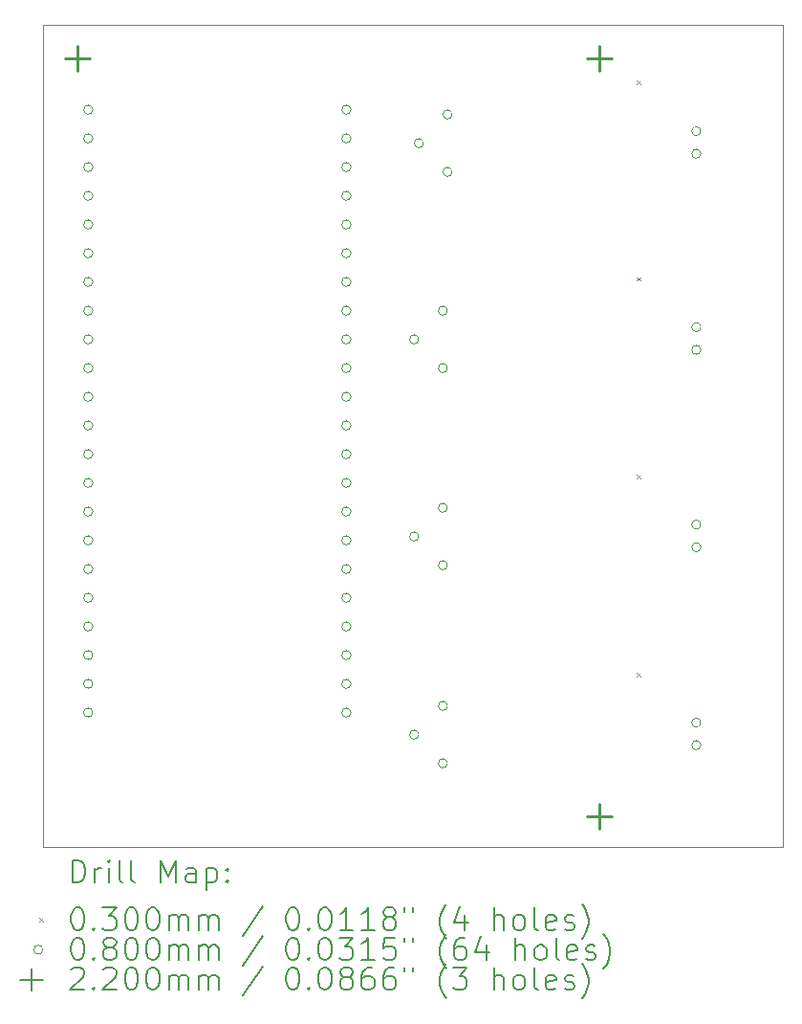
<source format=gbr>
%TF.GenerationSoftware,KiCad,Pcbnew,8.0.1*%
%TF.CreationDate,2024-04-30T12:08:59+02:00*%
%TF.ProjectId,Taiko IoBoard,5461696b-6f20-4496-9f42-6f6172642e6b,1*%
%TF.SameCoordinates,Original*%
%TF.FileFunction,Drillmap*%
%TF.FilePolarity,Positive*%
%FSLAX45Y45*%
G04 Gerber Fmt 4.5, Leading zero omitted, Abs format (unit mm)*
G04 Created by KiCad (PCBNEW 8.0.1) date 2024-04-30 12:08:59*
%MOMM*%
%LPD*%
G01*
G04 APERTURE LIST*
%ADD10C,0.050000*%
%ADD11C,0.200000*%
%ADD12C,0.100000*%
%ADD13C,0.220000*%
G04 APERTURE END LIST*
D10*
X6835000Y-2504951D02*
X13385000Y-2504951D01*
X13385000Y-9780798D01*
X6835000Y-9780798D01*
X6835000Y-2504951D01*
D11*
D12*
X12095000Y-2998464D02*
X12125000Y-3028464D01*
X12125000Y-2998464D02*
X12095000Y-3028464D01*
X12095000Y-4737935D02*
X12125000Y-4767935D01*
X12125000Y-4737935D02*
X12095000Y-4767935D01*
X12095000Y-6485000D02*
X12125000Y-6515000D01*
X12125000Y-6485000D02*
X12095000Y-6515000D01*
X12095000Y-8238464D02*
X12125000Y-8268464D01*
X12125000Y-8238464D02*
X12095000Y-8268464D01*
X7274632Y-8081163D02*
G75*
G02*
X7194632Y-8081163I-40000J0D01*
G01*
X7194632Y-8081163D02*
G75*
G02*
X7274632Y-8081163I40000J0D01*
G01*
X7274632Y-8335163D02*
G75*
G02*
X7194632Y-8335163I-40000J0D01*
G01*
X7194632Y-8335163D02*
G75*
G02*
X7274632Y-8335163I40000J0D01*
G01*
X7274632Y-8589163D02*
G75*
G02*
X7194632Y-8589163I-40000J0D01*
G01*
X7194632Y-8589163D02*
G75*
G02*
X7274632Y-8589163I40000J0D01*
G01*
X7275000Y-3255435D02*
G75*
G02*
X7195000Y-3255435I-40000J0D01*
G01*
X7195000Y-3255435D02*
G75*
G02*
X7275000Y-3255435I40000J0D01*
G01*
X7275000Y-3509435D02*
G75*
G02*
X7195000Y-3509435I-40000J0D01*
G01*
X7195000Y-3509435D02*
G75*
G02*
X7275000Y-3509435I40000J0D01*
G01*
X7275000Y-3763435D02*
G75*
G02*
X7195000Y-3763435I-40000J0D01*
G01*
X7195000Y-3763435D02*
G75*
G02*
X7275000Y-3763435I40000J0D01*
G01*
X7275000Y-4017435D02*
G75*
G02*
X7195000Y-4017435I-40000J0D01*
G01*
X7195000Y-4017435D02*
G75*
G02*
X7275000Y-4017435I40000J0D01*
G01*
X7275000Y-4271435D02*
G75*
G02*
X7195000Y-4271435I-40000J0D01*
G01*
X7195000Y-4271435D02*
G75*
G02*
X7275000Y-4271435I40000J0D01*
G01*
X7275000Y-4525435D02*
G75*
G02*
X7195000Y-4525435I-40000J0D01*
G01*
X7195000Y-4525435D02*
G75*
G02*
X7275000Y-4525435I40000J0D01*
G01*
X7275000Y-4779435D02*
G75*
G02*
X7195000Y-4779435I-40000J0D01*
G01*
X7195000Y-4779435D02*
G75*
G02*
X7275000Y-4779435I40000J0D01*
G01*
X7275000Y-5033435D02*
G75*
G02*
X7195000Y-5033435I-40000J0D01*
G01*
X7195000Y-5033435D02*
G75*
G02*
X7275000Y-5033435I40000J0D01*
G01*
X7275000Y-5287435D02*
G75*
G02*
X7195000Y-5287435I-40000J0D01*
G01*
X7195000Y-5287435D02*
G75*
G02*
X7275000Y-5287435I40000J0D01*
G01*
X7275000Y-5541435D02*
G75*
G02*
X7195000Y-5541435I-40000J0D01*
G01*
X7195000Y-5541435D02*
G75*
G02*
X7275000Y-5541435I40000J0D01*
G01*
X7275000Y-5795435D02*
G75*
G02*
X7195000Y-5795435I-40000J0D01*
G01*
X7195000Y-5795435D02*
G75*
G02*
X7275000Y-5795435I40000J0D01*
G01*
X7275000Y-6049435D02*
G75*
G02*
X7195000Y-6049435I-40000J0D01*
G01*
X7195000Y-6049435D02*
G75*
G02*
X7275000Y-6049435I40000J0D01*
G01*
X7275000Y-6303435D02*
G75*
G02*
X7195000Y-6303435I-40000J0D01*
G01*
X7195000Y-6303435D02*
G75*
G02*
X7275000Y-6303435I40000J0D01*
G01*
X7275000Y-6557435D02*
G75*
G02*
X7195000Y-6557435I-40000J0D01*
G01*
X7195000Y-6557435D02*
G75*
G02*
X7275000Y-6557435I40000J0D01*
G01*
X7275000Y-6811435D02*
G75*
G02*
X7195000Y-6811435I-40000J0D01*
G01*
X7195000Y-6811435D02*
G75*
G02*
X7275000Y-6811435I40000J0D01*
G01*
X7275000Y-7065435D02*
G75*
G02*
X7195000Y-7065435I-40000J0D01*
G01*
X7195000Y-7065435D02*
G75*
G02*
X7275000Y-7065435I40000J0D01*
G01*
X7275000Y-7319435D02*
G75*
G02*
X7195000Y-7319435I-40000J0D01*
G01*
X7195000Y-7319435D02*
G75*
G02*
X7275000Y-7319435I40000J0D01*
G01*
X7275000Y-7573435D02*
G75*
G02*
X7195000Y-7573435I-40000J0D01*
G01*
X7195000Y-7573435D02*
G75*
G02*
X7275000Y-7573435I40000J0D01*
G01*
X7275000Y-7827435D02*
G75*
G02*
X7195000Y-7827435I-40000J0D01*
G01*
X7195000Y-7827435D02*
G75*
G02*
X7275000Y-7827435I40000J0D01*
G01*
X9561000Y-3255435D02*
G75*
G02*
X9481000Y-3255435I-40000J0D01*
G01*
X9481000Y-3255435D02*
G75*
G02*
X9561000Y-3255435I40000J0D01*
G01*
X9561000Y-3509435D02*
G75*
G02*
X9481000Y-3509435I-40000J0D01*
G01*
X9481000Y-3509435D02*
G75*
G02*
X9561000Y-3509435I40000J0D01*
G01*
X9561000Y-3763435D02*
G75*
G02*
X9481000Y-3763435I-40000J0D01*
G01*
X9481000Y-3763435D02*
G75*
G02*
X9561000Y-3763435I40000J0D01*
G01*
X9561000Y-4017435D02*
G75*
G02*
X9481000Y-4017435I-40000J0D01*
G01*
X9481000Y-4017435D02*
G75*
G02*
X9561000Y-4017435I40000J0D01*
G01*
X9561000Y-4271435D02*
G75*
G02*
X9481000Y-4271435I-40000J0D01*
G01*
X9481000Y-4271435D02*
G75*
G02*
X9561000Y-4271435I40000J0D01*
G01*
X9561000Y-4525435D02*
G75*
G02*
X9481000Y-4525435I-40000J0D01*
G01*
X9481000Y-4525435D02*
G75*
G02*
X9561000Y-4525435I40000J0D01*
G01*
X9561000Y-4779435D02*
G75*
G02*
X9481000Y-4779435I-40000J0D01*
G01*
X9481000Y-4779435D02*
G75*
G02*
X9561000Y-4779435I40000J0D01*
G01*
X9561000Y-5033435D02*
G75*
G02*
X9481000Y-5033435I-40000J0D01*
G01*
X9481000Y-5033435D02*
G75*
G02*
X9561000Y-5033435I40000J0D01*
G01*
X9561000Y-5287435D02*
G75*
G02*
X9481000Y-5287435I-40000J0D01*
G01*
X9481000Y-5287435D02*
G75*
G02*
X9561000Y-5287435I40000J0D01*
G01*
X9561000Y-5541435D02*
G75*
G02*
X9481000Y-5541435I-40000J0D01*
G01*
X9481000Y-5541435D02*
G75*
G02*
X9561000Y-5541435I40000J0D01*
G01*
X9561000Y-5795435D02*
G75*
G02*
X9481000Y-5795435I-40000J0D01*
G01*
X9481000Y-5795435D02*
G75*
G02*
X9561000Y-5795435I40000J0D01*
G01*
X9561000Y-6049435D02*
G75*
G02*
X9481000Y-6049435I-40000J0D01*
G01*
X9481000Y-6049435D02*
G75*
G02*
X9561000Y-6049435I40000J0D01*
G01*
X9561000Y-6303435D02*
G75*
G02*
X9481000Y-6303435I-40000J0D01*
G01*
X9481000Y-6303435D02*
G75*
G02*
X9561000Y-6303435I40000J0D01*
G01*
X9561000Y-6557435D02*
G75*
G02*
X9481000Y-6557435I-40000J0D01*
G01*
X9481000Y-6557435D02*
G75*
G02*
X9561000Y-6557435I40000J0D01*
G01*
X9561000Y-6811435D02*
G75*
G02*
X9481000Y-6811435I-40000J0D01*
G01*
X9481000Y-6811435D02*
G75*
G02*
X9561000Y-6811435I40000J0D01*
G01*
X9561000Y-7065435D02*
G75*
G02*
X9481000Y-7065435I-40000J0D01*
G01*
X9481000Y-7065435D02*
G75*
G02*
X9561000Y-7065435I40000J0D01*
G01*
X9561000Y-7319435D02*
G75*
G02*
X9481000Y-7319435I-40000J0D01*
G01*
X9481000Y-7319435D02*
G75*
G02*
X9561000Y-7319435I40000J0D01*
G01*
X9561000Y-7573435D02*
G75*
G02*
X9481000Y-7573435I-40000J0D01*
G01*
X9481000Y-7573435D02*
G75*
G02*
X9561000Y-7573435I40000J0D01*
G01*
X9561000Y-7827435D02*
G75*
G02*
X9481000Y-7827435I-40000J0D01*
G01*
X9481000Y-7827435D02*
G75*
G02*
X9561000Y-7827435I40000J0D01*
G01*
X9561000Y-8081435D02*
G75*
G02*
X9481000Y-8081435I-40000J0D01*
G01*
X9481000Y-8081435D02*
G75*
G02*
X9561000Y-8081435I40000J0D01*
G01*
X9561000Y-8335435D02*
G75*
G02*
X9481000Y-8335435I-40000J0D01*
G01*
X9481000Y-8335435D02*
G75*
G02*
X9561000Y-8335435I40000J0D01*
G01*
X9561000Y-8589435D02*
G75*
G02*
X9481000Y-8589435I-40000J0D01*
G01*
X9481000Y-8589435D02*
G75*
G02*
X9561000Y-8589435I40000J0D01*
G01*
X10162000Y-5287973D02*
G75*
G02*
X10082000Y-5287973I-40000J0D01*
G01*
X10082000Y-5287973D02*
G75*
G02*
X10162000Y-5287973I40000J0D01*
G01*
X10162000Y-7031912D02*
G75*
G02*
X10082000Y-7031912I-40000J0D01*
G01*
X10082000Y-7031912D02*
G75*
G02*
X10162000Y-7031912I40000J0D01*
G01*
X10162000Y-8784126D02*
G75*
G02*
X10082000Y-8784126I-40000J0D01*
G01*
X10082000Y-8784126D02*
G75*
G02*
X10162000Y-8784126I40000J0D01*
G01*
X10203000Y-3551626D02*
G75*
G02*
X10123000Y-3551626I-40000J0D01*
G01*
X10123000Y-3551626D02*
G75*
G02*
X10203000Y-3551626I40000J0D01*
G01*
X10416000Y-5033973D02*
G75*
G02*
X10336000Y-5033973I-40000J0D01*
G01*
X10336000Y-5033973D02*
G75*
G02*
X10416000Y-5033973I40000J0D01*
G01*
X10416000Y-5541973D02*
G75*
G02*
X10336000Y-5541973I-40000J0D01*
G01*
X10336000Y-5541973D02*
G75*
G02*
X10416000Y-5541973I40000J0D01*
G01*
X10416000Y-6777912D02*
G75*
G02*
X10336000Y-6777912I-40000J0D01*
G01*
X10336000Y-6777912D02*
G75*
G02*
X10416000Y-6777912I40000J0D01*
G01*
X10416000Y-7285912D02*
G75*
G02*
X10336000Y-7285912I-40000J0D01*
G01*
X10336000Y-7285912D02*
G75*
G02*
X10416000Y-7285912I40000J0D01*
G01*
X10416000Y-8530126D02*
G75*
G02*
X10336000Y-8530126I-40000J0D01*
G01*
X10336000Y-8530126D02*
G75*
G02*
X10416000Y-8530126I40000J0D01*
G01*
X10416000Y-9038126D02*
G75*
G02*
X10336000Y-9038126I-40000J0D01*
G01*
X10336000Y-9038126D02*
G75*
G02*
X10416000Y-9038126I40000J0D01*
G01*
X10457000Y-3297626D02*
G75*
G02*
X10377000Y-3297626I-40000J0D01*
G01*
X10377000Y-3297626D02*
G75*
G02*
X10457000Y-3297626I40000J0D01*
G01*
X10457000Y-3805626D02*
G75*
G02*
X10377000Y-3805626I-40000J0D01*
G01*
X10377000Y-3805626D02*
G75*
G02*
X10457000Y-3805626I40000J0D01*
G01*
X12660729Y-3445480D02*
G75*
G02*
X12580729Y-3445480I-40000J0D01*
G01*
X12580729Y-3445480D02*
G75*
G02*
X12660729Y-3445480I40000J0D01*
G01*
X12660729Y-3645480D02*
G75*
G02*
X12580729Y-3645480I-40000J0D01*
G01*
X12580729Y-3645480D02*
G75*
G02*
X12660729Y-3645480I40000J0D01*
G01*
X12660729Y-5179952D02*
G75*
G02*
X12580729Y-5179952I-40000J0D01*
G01*
X12580729Y-5179952D02*
G75*
G02*
X12660729Y-5179952I40000J0D01*
G01*
X12660729Y-5379952D02*
G75*
G02*
X12580729Y-5379952I-40000J0D01*
G01*
X12580729Y-5379952D02*
G75*
G02*
X12660729Y-5379952I40000J0D01*
G01*
X12660729Y-6925767D02*
G75*
G02*
X12580729Y-6925767I-40000J0D01*
G01*
X12580729Y-6925767D02*
G75*
G02*
X12660729Y-6925767I40000J0D01*
G01*
X12660729Y-7125767D02*
G75*
G02*
X12580729Y-7125767I-40000J0D01*
G01*
X12580729Y-7125767D02*
G75*
G02*
X12660729Y-7125767I40000J0D01*
G01*
X12660729Y-8677980D02*
G75*
G02*
X12580729Y-8677980I-40000J0D01*
G01*
X12580729Y-8677980D02*
G75*
G02*
X12660729Y-8677980I40000J0D01*
G01*
X12660729Y-8877980D02*
G75*
G02*
X12580729Y-8877980I-40000J0D01*
G01*
X12580729Y-8877980D02*
G75*
G02*
X12660729Y-8877980I40000J0D01*
G01*
D13*
X7135000Y-2695435D02*
X7135000Y-2915435D01*
X7025000Y-2805435D02*
X7245000Y-2805435D01*
X11760000Y-2695435D02*
X11760000Y-2915435D01*
X11650000Y-2805435D02*
X11870000Y-2805435D01*
X11760000Y-9395435D02*
X11760000Y-9615435D01*
X11650000Y-9505435D02*
X11870000Y-9505435D01*
D11*
X7093277Y-10094782D02*
X7093277Y-9894782D01*
X7093277Y-9894782D02*
X7140896Y-9894782D01*
X7140896Y-9894782D02*
X7169467Y-9904306D01*
X7169467Y-9904306D02*
X7188515Y-9923354D01*
X7188515Y-9923354D02*
X7198039Y-9942401D01*
X7198039Y-9942401D02*
X7207562Y-9980496D01*
X7207562Y-9980496D02*
X7207562Y-10009068D01*
X7207562Y-10009068D02*
X7198039Y-10047163D01*
X7198039Y-10047163D02*
X7188515Y-10066211D01*
X7188515Y-10066211D02*
X7169467Y-10085258D01*
X7169467Y-10085258D02*
X7140896Y-10094782D01*
X7140896Y-10094782D02*
X7093277Y-10094782D01*
X7293277Y-10094782D02*
X7293277Y-9961449D01*
X7293277Y-9999544D02*
X7302800Y-9980496D01*
X7302800Y-9980496D02*
X7312324Y-9970973D01*
X7312324Y-9970973D02*
X7331372Y-9961449D01*
X7331372Y-9961449D02*
X7350420Y-9961449D01*
X7417086Y-10094782D02*
X7417086Y-9961449D01*
X7417086Y-9894782D02*
X7407562Y-9904306D01*
X7407562Y-9904306D02*
X7417086Y-9913830D01*
X7417086Y-9913830D02*
X7426610Y-9904306D01*
X7426610Y-9904306D02*
X7417086Y-9894782D01*
X7417086Y-9894782D02*
X7417086Y-9913830D01*
X7540896Y-10094782D02*
X7521848Y-10085258D01*
X7521848Y-10085258D02*
X7512324Y-10066211D01*
X7512324Y-10066211D02*
X7512324Y-9894782D01*
X7645658Y-10094782D02*
X7626610Y-10085258D01*
X7626610Y-10085258D02*
X7617086Y-10066211D01*
X7617086Y-10066211D02*
X7617086Y-9894782D01*
X7874229Y-10094782D02*
X7874229Y-9894782D01*
X7874229Y-9894782D02*
X7940896Y-10037639D01*
X7940896Y-10037639D02*
X8007562Y-9894782D01*
X8007562Y-9894782D02*
X8007562Y-10094782D01*
X8188515Y-10094782D02*
X8188515Y-9990020D01*
X8188515Y-9990020D02*
X8178991Y-9970973D01*
X8178991Y-9970973D02*
X8159943Y-9961449D01*
X8159943Y-9961449D02*
X8121848Y-9961449D01*
X8121848Y-9961449D02*
X8102800Y-9970973D01*
X8188515Y-10085258D02*
X8169467Y-10094782D01*
X8169467Y-10094782D02*
X8121848Y-10094782D01*
X8121848Y-10094782D02*
X8102800Y-10085258D01*
X8102800Y-10085258D02*
X8093277Y-10066211D01*
X8093277Y-10066211D02*
X8093277Y-10047163D01*
X8093277Y-10047163D02*
X8102800Y-10028115D01*
X8102800Y-10028115D02*
X8121848Y-10018592D01*
X8121848Y-10018592D02*
X8169467Y-10018592D01*
X8169467Y-10018592D02*
X8188515Y-10009068D01*
X8283753Y-9961449D02*
X8283753Y-10161449D01*
X8283753Y-9970973D02*
X8302800Y-9961449D01*
X8302800Y-9961449D02*
X8340896Y-9961449D01*
X8340896Y-9961449D02*
X8359943Y-9970973D01*
X8359943Y-9970973D02*
X8369467Y-9980496D01*
X8369467Y-9980496D02*
X8378991Y-9999544D01*
X8378991Y-9999544D02*
X8378991Y-10056687D01*
X8378991Y-10056687D02*
X8369467Y-10075734D01*
X8369467Y-10075734D02*
X8359943Y-10085258D01*
X8359943Y-10085258D02*
X8340896Y-10094782D01*
X8340896Y-10094782D02*
X8302800Y-10094782D01*
X8302800Y-10094782D02*
X8283753Y-10085258D01*
X8464705Y-10075734D02*
X8474229Y-10085258D01*
X8474229Y-10085258D02*
X8464705Y-10094782D01*
X8464705Y-10094782D02*
X8455182Y-10085258D01*
X8455182Y-10085258D02*
X8464705Y-10075734D01*
X8464705Y-10075734D02*
X8464705Y-10094782D01*
X8464705Y-9970973D02*
X8474229Y-9980496D01*
X8474229Y-9980496D02*
X8464705Y-9990020D01*
X8464705Y-9990020D02*
X8455182Y-9980496D01*
X8455182Y-9980496D02*
X8464705Y-9970973D01*
X8464705Y-9970973D02*
X8464705Y-9990020D01*
D12*
X6802500Y-10408298D02*
X6832500Y-10438298D01*
X6832500Y-10408298D02*
X6802500Y-10438298D01*
D11*
X7131372Y-10314782D02*
X7150420Y-10314782D01*
X7150420Y-10314782D02*
X7169467Y-10324306D01*
X7169467Y-10324306D02*
X7178991Y-10333830D01*
X7178991Y-10333830D02*
X7188515Y-10352877D01*
X7188515Y-10352877D02*
X7198039Y-10390973D01*
X7198039Y-10390973D02*
X7198039Y-10438592D01*
X7198039Y-10438592D02*
X7188515Y-10476687D01*
X7188515Y-10476687D02*
X7178991Y-10495734D01*
X7178991Y-10495734D02*
X7169467Y-10505258D01*
X7169467Y-10505258D02*
X7150420Y-10514782D01*
X7150420Y-10514782D02*
X7131372Y-10514782D01*
X7131372Y-10514782D02*
X7112324Y-10505258D01*
X7112324Y-10505258D02*
X7102800Y-10495734D01*
X7102800Y-10495734D02*
X7093277Y-10476687D01*
X7093277Y-10476687D02*
X7083753Y-10438592D01*
X7083753Y-10438592D02*
X7083753Y-10390973D01*
X7083753Y-10390973D02*
X7093277Y-10352877D01*
X7093277Y-10352877D02*
X7102800Y-10333830D01*
X7102800Y-10333830D02*
X7112324Y-10324306D01*
X7112324Y-10324306D02*
X7131372Y-10314782D01*
X7283753Y-10495734D02*
X7293277Y-10505258D01*
X7293277Y-10505258D02*
X7283753Y-10514782D01*
X7283753Y-10514782D02*
X7274229Y-10505258D01*
X7274229Y-10505258D02*
X7283753Y-10495734D01*
X7283753Y-10495734D02*
X7283753Y-10514782D01*
X7359943Y-10314782D02*
X7483753Y-10314782D01*
X7483753Y-10314782D02*
X7417086Y-10390973D01*
X7417086Y-10390973D02*
X7445658Y-10390973D01*
X7445658Y-10390973D02*
X7464705Y-10400496D01*
X7464705Y-10400496D02*
X7474229Y-10410020D01*
X7474229Y-10410020D02*
X7483753Y-10429068D01*
X7483753Y-10429068D02*
X7483753Y-10476687D01*
X7483753Y-10476687D02*
X7474229Y-10495734D01*
X7474229Y-10495734D02*
X7464705Y-10505258D01*
X7464705Y-10505258D02*
X7445658Y-10514782D01*
X7445658Y-10514782D02*
X7388515Y-10514782D01*
X7388515Y-10514782D02*
X7369467Y-10505258D01*
X7369467Y-10505258D02*
X7359943Y-10495734D01*
X7607562Y-10314782D02*
X7626610Y-10314782D01*
X7626610Y-10314782D02*
X7645658Y-10324306D01*
X7645658Y-10324306D02*
X7655181Y-10333830D01*
X7655181Y-10333830D02*
X7664705Y-10352877D01*
X7664705Y-10352877D02*
X7674229Y-10390973D01*
X7674229Y-10390973D02*
X7674229Y-10438592D01*
X7674229Y-10438592D02*
X7664705Y-10476687D01*
X7664705Y-10476687D02*
X7655181Y-10495734D01*
X7655181Y-10495734D02*
X7645658Y-10505258D01*
X7645658Y-10505258D02*
X7626610Y-10514782D01*
X7626610Y-10514782D02*
X7607562Y-10514782D01*
X7607562Y-10514782D02*
X7588515Y-10505258D01*
X7588515Y-10505258D02*
X7578991Y-10495734D01*
X7578991Y-10495734D02*
X7569467Y-10476687D01*
X7569467Y-10476687D02*
X7559943Y-10438592D01*
X7559943Y-10438592D02*
X7559943Y-10390973D01*
X7559943Y-10390973D02*
X7569467Y-10352877D01*
X7569467Y-10352877D02*
X7578991Y-10333830D01*
X7578991Y-10333830D02*
X7588515Y-10324306D01*
X7588515Y-10324306D02*
X7607562Y-10314782D01*
X7798039Y-10314782D02*
X7817086Y-10314782D01*
X7817086Y-10314782D02*
X7836134Y-10324306D01*
X7836134Y-10324306D02*
X7845658Y-10333830D01*
X7845658Y-10333830D02*
X7855181Y-10352877D01*
X7855181Y-10352877D02*
X7864705Y-10390973D01*
X7864705Y-10390973D02*
X7864705Y-10438592D01*
X7864705Y-10438592D02*
X7855181Y-10476687D01*
X7855181Y-10476687D02*
X7845658Y-10495734D01*
X7845658Y-10495734D02*
X7836134Y-10505258D01*
X7836134Y-10505258D02*
X7817086Y-10514782D01*
X7817086Y-10514782D02*
X7798039Y-10514782D01*
X7798039Y-10514782D02*
X7778991Y-10505258D01*
X7778991Y-10505258D02*
X7769467Y-10495734D01*
X7769467Y-10495734D02*
X7759943Y-10476687D01*
X7759943Y-10476687D02*
X7750420Y-10438592D01*
X7750420Y-10438592D02*
X7750420Y-10390973D01*
X7750420Y-10390973D02*
X7759943Y-10352877D01*
X7759943Y-10352877D02*
X7769467Y-10333830D01*
X7769467Y-10333830D02*
X7778991Y-10324306D01*
X7778991Y-10324306D02*
X7798039Y-10314782D01*
X7950420Y-10514782D02*
X7950420Y-10381449D01*
X7950420Y-10400496D02*
X7959943Y-10390973D01*
X7959943Y-10390973D02*
X7978991Y-10381449D01*
X7978991Y-10381449D02*
X8007562Y-10381449D01*
X8007562Y-10381449D02*
X8026610Y-10390973D01*
X8026610Y-10390973D02*
X8036134Y-10410020D01*
X8036134Y-10410020D02*
X8036134Y-10514782D01*
X8036134Y-10410020D02*
X8045658Y-10390973D01*
X8045658Y-10390973D02*
X8064705Y-10381449D01*
X8064705Y-10381449D02*
X8093277Y-10381449D01*
X8093277Y-10381449D02*
X8112324Y-10390973D01*
X8112324Y-10390973D02*
X8121848Y-10410020D01*
X8121848Y-10410020D02*
X8121848Y-10514782D01*
X8217086Y-10514782D02*
X8217086Y-10381449D01*
X8217086Y-10400496D02*
X8226610Y-10390973D01*
X8226610Y-10390973D02*
X8245658Y-10381449D01*
X8245658Y-10381449D02*
X8274229Y-10381449D01*
X8274229Y-10381449D02*
X8293277Y-10390973D01*
X8293277Y-10390973D02*
X8302801Y-10410020D01*
X8302801Y-10410020D02*
X8302801Y-10514782D01*
X8302801Y-10410020D02*
X8312324Y-10390973D01*
X8312324Y-10390973D02*
X8331372Y-10381449D01*
X8331372Y-10381449D02*
X8359943Y-10381449D01*
X8359943Y-10381449D02*
X8378991Y-10390973D01*
X8378991Y-10390973D02*
X8388515Y-10410020D01*
X8388515Y-10410020D02*
X8388515Y-10514782D01*
X8778991Y-10305258D02*
X8607563Y-10562401D01*
X9036134Y-10314782D02*
X9055182Y-10314782D01*
X9055182Y-10314782D02*
X9074229Y-10324306D01*
X9074229Y-10324306D02*
X9083753Y-10333830D01*
X9083753Y-10333830D02*
X9093277Y-10352877D01*
X9093277Y-10352877D02*
X9102801Y-10390973D01*
X9102801Y-10390973D02*
X9102801Y-10438592D01*
X9102801Y-10438592D02*
X9093277Y-10476687D01*
X9093277Y-10476687D02*
X9083753Y-10495734D01*
X9083753Y-10495734D02*
X9074229Y-10505258D01*
X9074229Y-10505258D02*
X9055182Y-10514782D01*
X9055182Y-10514782D02*
X9036134Y-10514782D01*
X9036134Y-10514782D02*
X9017086Y-10505258D01*
X9017086Y-10505258D02*
X9007563Y-10495734D01*
X9007563Y-10495734D02*
X8998039Y-10476687D01*
X8998039Y-10476687D02*
X8988515Y-10438592D01*
X8988515Y-10438592D02*
X8988515Y-10390973D01*
X8988515Y-10390973D02*
X8998039Y-10352877D01*
X8998039Y-10352877D02*
X9007563Y-10333830D01*
X9007563Y-10333830D02*
X9017086Y-10324306D01*
X9017086Y-10324306D02*
X9036134Y-10314782D01*
X9188515Y-10495734D02*
X9198039Y-10505258D01*
X9198039Y-10505258D02*
X9188515Y-10514782D01*
X9188515Y-10514782D02*
X9178991Y-10505258D01*
X9178991Y-10505258D02*
X9188515Y-10495734D01*
X9188515Y-10495734D02*
X9188515Y-10514782D01*
X9321848Y-10314782D02*
X9340896Y-10314782D01*
X9340896Y-10314782D02*
X9359944Y-10324306D01*
X9359944Y-10324306D02*
X9369467Y-10333830D01*
X9369467Y-10333830D02*
X9378991Y-10352877D01*
X9378991Y-10352877D02*
X9388515Y-10390973D01*
X9388515Y-10390973D02*
X9388515Y-10438592D01*
X9388515Y-10438592D02*
X9378991Y-10476687D01*
X9378991Y-10476687D02*
X9369467Y-10495734D01*
X9369467Y-10495734D02*
X9359944Y-10505258D01*
X9359944Y-10505258D02*
X9340896Y-10514782D01*
X9340896Y-10514782D02*
X9321848Y-10514782D01*
X9321848Y-10514782D02*
X9302801Y-10505258D01*
X9302801Y-10505258D02*
X9293277Y-10495734D01*
X9293277Y-10495734D02*
X9283753Y-10476687D01*
X9283753Y-10476687D02*
X9274229Y-10438592D01*
X9274229Y-10438592D02*
X9274229Y-10390973D01*
X9274229Y-10390973D02*
X9283753Y-10352877D01*
X9283753Y-10352877D02*
X9293277Y-10333830D01*
X9293277Y-10333830D02*
X9302801Y-10324306D01*
X9302801Y-10324306D02*
X9321848Y-10314782D01*
X9578991Y-10514782D02*
X9464706Y-10514782D01*
X9521848Y-10514782D02*
X9521848Y-10314782D01*
X9521848Y-10314782D02*
X9502801Y-10343354D01*
X9502801Y-10343354D02*
X9483753Y-10362401D01*
X9483753Y-10362401D02*
X9464706Y-10371925D01*
X9769467Y-10514782D02*
X9655182Y-10514782D01*
X9712325Y-10514782D02*
X9712325Y-10314782D01*
X9712325Y-10314782D02*
X9693277Y-10343354D01*
X9693277Y-10343354D02*
X9674229Y-10362401D01*
X9674229Y-10362401D02*
X9655182Y-10371925D01*
X9883753Y-10400496D02*
X9864706Y-10390973D01*
X9864706Y-10390973D02*
X9855182Y-10381449D01*
X9855182Y-10381449D02*
X9845658Y-10362401D01*
X9845658Y-10362401D02*
X9845658Y-10352877D01*
X9845658Y-10352877D02*
X9855182Y-10333830D01*
X9855182Y-10333830D02*
X9864706Y-10324306D01*
X9864706Y-10324306D02*
X9883753Y-10314782D01*
X9883753Y-10314782D02*
X9921848Y-10314782D01*
X9921848Y-10314782D02*
X9940896Y-10324306D01*
X9940896Y-10324306D02*
X9950420Y-10333830D01*
X9950420Y-10333830D02*
X9959944Y-10352877D01*
X9959944Y-10352877D02*
X9959944Y-10362401D01*
X9959944Y-10362401D02*
X9950420Y-10381449D01*
X9950420Y-10381449D02*
X9940896Y-10390973D01*
X9940896Y-10390973D02*
X9921848Y-10400496D01*
X9921848Y-10400496D02*
X9883753Y-10400496D01*
X9883753Y-10400496D02*
X9864706Y-10410020D01*
X9864706Y-10410020D02*
X9855182Y-10419544D01*
X9855182Y-10419544D02*
X9845658Y-10438592D01*
X9845658Y-10438592D02*
X9845658Y-10476687D01*
X9845658Y-10476687D02*
X9855182Y-10495734D01*
X9855182Y-10495734D02*
X9864706Y-10505258D01*
X9864706Y-10505258D02*
X9883753Y-10514782D01*
X9883753Y-10514782D02*
X9921848Y-10514782D01*
X9921848Y-10514782D02*
X9940896Y-10505258D01*
X9940896Y-10505258D02*
X9950420Y-10495734D01*
X9950420Y-10495734D02*
X9959944Y-10476687D01*
X9959944Y-10476687D02*
X9959944Y-10438592D01*
X9959944Y-10438592D02*
X9950420Y-10419544D01*
X9950420Y-10419544D02*
X9940896Y-10410020D01*
X9940896Y-10410020D02*
X9921848Y-10400496D01*
X10036134Y-10314782D02*
X10036134Y-10352877D01*
X10112325Y-10314782D02*
X10112325Y-10352877D01*
X10407563Y-10590973D02*
X10398039Y-10581449D01*
X10398039Y-10581449D02*
X10378991Y-10552877D01*
X10378991Y-10552877D02*
X10369468Y-10533830D01*
X10369468Y-10533830D02*
X10359944Y-10505258D01*
X10359944Y-10505258D02*
X10350420Y-10457639D01*
X10350420Y-10457639D02*
X10350420Y-10419544D01*
X10350420Y-10419544D02*
X10359944Y-10371925D01*
X10359944Y-10371925D02*
X10369468Y-10343354D01*
X10369468Y-10343354D02*
X10378991Y-10324306D01*
X10378991Y-10324306D02*
X10398039Y-10295734D01*
X10398039Y-10295734D02*
X10407563Y-10286211D01*
X10569468Y-10381449D02*
X10569468Y-10514782D01*
X10521848Y-10305258D02*
X10474229Y-10448115D01*
X10474229Y-10448115D02*
X10598039Y-10448115D01*
X10826610Y-10514782D02*
X10826610Y-10314782D01*
X10912325Y-10514782D02*
X10912325Y-10410020D01*
X10912325Y-10410020D02*
X10902801Y-10390973D01*
X10902801Y-10390973D02*
X10883753Y-10381449D01*
X10883753Y-10381449D02*
X10855182Y-10381449D01*
X10855182Y-10381449D02*
X10836134Y-10390973D01*
X10836134Y-10390973D02*
X10826610Y-10400496D01*
X11036134Y-10514782D02*
X11017087Y-10505258D01*
X11017087Y-10505258D02*
X11007563Y-10495734D01*
X11007563Y-10495734D02*
X10998039Y-10476687D01*
X10998039Y-10476687D02*
X10998039Y-10419544D01*
X10998039Y-10419544D02*
X11007563Y-10400496D01*
X11007563Y-10400496D02*
X11017087Y-10390973D01*
X11017087Y-10390973D02*
X11036134Y-10381449D01*
X11036134Y-10381449D02*
X11064706Y-10381449D01*
X11064706Y-10381449D02*
X11083753Y-10390973D01*
X11083753Y-10390973D02*
X11093277Y-10400496D01*
X11093277Y-10400496D02*
X11102801Y-10419544D01*
X11102801Y-10419544D02*
X11102801Y-10476687D01*
X11102801Y-10476687D02*
X11093277Y-10495734D01*
X11093277Y-10495734D02*
X11083753Y-10505258D01*
X11083753Y-10505258D02*
X11064706Y-10514782D01*
X11064706Y-10514782D02*
X11036134Y-10514782D01*
X11217087Y-10514782D02*
X11198039Y-10505258D01*
X11198039Y-10505258D02*
X11188515Y-10486211D01*
X11188515Y-10486211D02*
X11188515Y-10314782D01*
X11369468Y-10505258D02*
X11350420Y-10514782D01*
X11350420Y-10514782D02*
X11312325Y-10514782D01*
X11312325Y-10514782D02*
X11293277Y-10505258D01*
X11293277Y-10505258D02*
X11283753Y-10486211D01*
X11283753Y-10486211D02*
X11283753Y-10410020D01*
X11283753Y-10410020D02*
X11293277Y-10390973D01*
X11293277Y-10390973D02*
X11312325Y-10381449D01*
X11312325Y-10381449D02*
X11350420Y-10381449D01*
X11350420Y-10381449D02*
X11369468Y-10390973D01*
X11369468Y-10390973D02*
X11378991Y-10410020D01*
X11378991Y-10410020D02*
X11378991Y-10429068D01*
X11378991Y-10429068D02*
X11283753Y-10448115D01*
X11455182Y-10505258D02*
X11474229Y-10514782D01*
X11474229Y-10514782D02*
X11512325Y-10514782D01*
X11512325Y-10514782D02*
X11531372Y-10505258D01*
X11531372Y-10505258D02*
X11540896Y-10486211D01*
X11540896Y-10486211D02*
X11540896Y-10476687D01*
X11540896Y-10476687D02*
X11531372Y-10457639D01*
X11531372Y-10457639D02*
X11512325Y-10448115D01*
X11512325Y-10448115D02*
X11483753Y-10448115D01*
X11483753Y-10448115D02*
X11464706Y-10438592D01*
X11464706Y-10438592D02*
X11455182Y-10419544D01*
X11455182Y-10419544D02*
X11455182Y-10410020D01*
X11455182Y-10410020D02*
X11464706Y-10390973D01*
X11464706Y-10390973D02*
X11483753Y-10381449D01*
X11483753Y-10381449D02*
X11512325Y-10381449D01*
X11512325Y-10381449D02*
X11531372Y-10390973D01*
X11607563Y-10590973D02*
X11617087Y-10581449D01*
X11617087Y-10581449D02*
X11636134Y-10552877D01*
X11636134Y-10552877D02*
X11645658Y-10533830D01*
X11645658Y-10533830D02*
X11655182Y-10505258D01*
X11655182Y-10505258D02*
X11664706Y-10457639D01*
X11664706Y-10457639D02*
X11664706Y-10419544D01*
X11664706Y-10419544D02*
X11655182Y-10371925D01*
X11655182Y-10371925D02*
X11645658Y-10343354D01*
X11645658Y-10343354D02*
X11636134Y-10324306D01*
X11636134Y-10324306D02*
X11617087Y-10295734D01*
X11617087Y-10295734D02*
X11607563Y-10286211D01*
D12*
X6832500Y-10687298D02*
G75*
G02*
X6752500Y-10687298I-40000J0D01*
G01*
X6752500Y-10687298D02*
G75*
G02*
X6832500Y-10687298I40000J0D01*
G01*
D11*
X7131372Y-10578782D02*
X7150420Y-10578782D01*
X7150420Y-10578782D02*
X7169467Y-10588306D01*
X7169467Y-10588306D02*
X7178991Y-10597830D01*
X7178991Y-10597830D02*
X7188515Y-10616877D01*
X7188515Y-10616877D02*
X7198039Y-10654973D01*
X7198039Y-10654973D02*
X7198039Y-10702592D01*
X7198039Y-10702592D02*
X7188515Y-10740687D01*
X7188515Y-10740687D02*
X7178991Y-10759734D01*
X7178991Y-10759734D02*
X7169467Y-10769258D01*
X7169467Y-10769258D02*
X7150420Y-10778782D01*
X7150420Y-10778782D02*
X7131372Y-10778782D01*
X7131372Y-10778782D02*
X7112324Y-10769258D01*
X7112324Y-10769258D02*
X7102800Y-10759734D01*
X7102800Y-10759734D02*
X7093277Y-10740687D01*
X7093277Y-10740687D02*
X7083753Y-10702592D01*
X7083753Y-10702592D02*
X7083753Y-10654973D01*
X7083753Y-10654973D02*
X7093277Y-10616877D01*
X7093277Y-10616877D02*
X7102800Y-10597830D01*
X7102800Y-10597830D02*
X7112324Y-10588306D01*
X7112324Y-10588306D02*
X7131372Y-10578782D01*
X7283753Y-10759734D02*
X7293277Y-10769258D01*
X7293277Y-10769258D02*
X7283753Y-10778782D01*
X7283753Y-10778782D02*
X7274229Y-10769258D01*
X7274229Y-10769258D02*
X7283753Y-10759734D01*
X7283753Y-10759734D02*
X7283753Y-10778782D01*
X7407562Y-10664496D02*
X7388515Y-10654973D01*
X7388515Y-10654973D02*
X7378991Y-10645449D01*
X7378991Y-10645449D02*
X7369467Y-10626401D01*
X7369467Y-10626401D02*
X7369467Y-10616877D01*
X7369467Y-10616877D02*
X7378991Y-10597830D01*
X7378991Y-10597830D02*
X7388515Y-10588306D01*
X7388515Y-10588306D02*
X7407562Y-10578782D01*
X7407562Y-10578782D02*
X7445658Y-10578782D01*
X7445658Y-10578782D02*
X7464705Y-10588306D01*
X7464705Y-10588306D02*
X7474229Y-10597830D01*
X7474229Y-10597830D02*
X7483753Y-10616877D01*
X7483753Y-10616877D02*
X7483753Y-10626401D01*
X7483753Y-10626401D02*
X7474229Y-10645449D01*
X7474229Y-10645449D02*
X7464705Y-10654973D01*
X7464705Y-10654973D02*
X7445658Y-10664496D01*
X7445658Y-10664496D02*
X7407562Y-10664496D01*
X7407562Y-10664496D02*
X7388515Y-10674020D01*
X7388515Y-10674020D02*
X7378991Y-10683544D01*
X7378991Y-10683544D02*
X7369467Y-10702592D01*
X7369467Y-10702592D02*
X7369467Y-10740687D01*
X7369467Y-10740687D02*
X7378991Y-10759734D01*
X7378991Y-10759734D02*
X7388515Y-10769258D01*
X7388515Y-10769258D02*
X7407562Y-10778782D01*
X7407562Y-10778782D02*
X7445658Y-10778782D01*
X7445658Y-10778782D02*
X7464705Y-10769258D01*
X7464705Y-10769258D02*
X7474229Y-10759734D01*
X7474229Y-10759734D02*
X7483753Y-10740687D01*
X7483753Y-10740687D02*
X7483753Y-10702592D01*
X7483753Y-10702592D02*
X7474229Y-10683544D01*
X7474229Y-10683544D02*
X7464705Y-10674020D01*
X7464705Y-10674020D02*
X7445658Y-10664496D01*
X7607562Y-10578782D02*
X7626610Y-10578782D01*
X7626610Y-10578782D02*
X7645658Y-10588306D01*
X7645658Y-10588306D02*
X7655181Y-10597830D01*
X7655181Y-10597830D02*
X7664705Y-10616877D01*
X7664705Y-10616877D02*
X7674229Y-10654973D01*
X7674229Y-10654973D02*
X7674229Y-10702592D01*
X7674229Y-10702592D02*
X7664705Y-10740687D01*
X7664705Y-10740687D02*
X7655181Y-10759734D01*
X7655181Y-10759734D02*
X7645658Y-10769258D01*
X7645658Y-10769258D02*
X7626610Y-10778782D01*
X7626610Y-10778782D02*
X7607562Y-10778782D01*
X7607562Y-10778782D02*
X7588515Y-10769258D01*
X7588515Y-10769258D02*
X7578991Y-10759734D01*
X7578991Y-10759734D02*
X7569467Y-10740687D01*
X7569467Y-10740687D02*
X7559943Y-10702592D01*
X7559943Y-10702592D02*
X7559943Y-10654973D01*
X7559943Y-10654973D02*
X7569467Y-10616877D01*
X7569467Y-10616877D02*
X7578991Y-10597830D01*
X7578991Y-10597830D02*
X7588515Y-10588306D01*
X7588515Y-10588306D02*
X7607562Y-10578782D01*
X7798039Y-10578782D02*
X7817086Y-10578782D01*
X7817086Y-10578782D02*
X7836134Y-10588306D01*
X7836134Y-10588306D02*
X7845658Y-10597830D01*
X7845658Y-10597830D02*
X7855181Y-10616877D01*
X7855181Y-10616877D02*
X7864705Y-10654973D01*
X7864705Y-10654973D02*
X7864705Y-10702592D01*
X7864705Y-10702592D02*
X7855181Y-10740687D01*
X7855181Y-10740687D02*
X7845658Y-10759734D01*
X7845658Y-10759734D02*
X7836134Y-10769258D01*
X7836134Y-10769258D02*
X7817086Y-10778782D01*
X7817086Y-10778782D02*
X7798039Y-10778782D01*
X7798039Y-10778782D02*
X7778991Y-10769258D01*
X7778991Y-10769258D02*
X7769467Y-10759734D01*
X7769467Y-10759734D02*
X7759943Y-10740687D01*
X7759943Y-10740687D02*
X7750420Y-10702592D01*
X7750420Y-10702592D02*
X7750420Y-10654973D01*
X7750420Y-10654973D02*
X7759943Y-10616877D01*
X7759943Y-10616877D02*
X7769467Y-10597830D01*
X7769467Y-10597830D02*
X7778991Y-10588306D01*
X7778991Y-10588306D02*
X7798039Y-10578782D01*
X7950420Y-10778782D02*
X7950420Y-10645449D01*
X7950420Y-10664496D02*
X7959943Y-10654973D01*
X7959943Y-10654973D02*
X7978991Y-10645449D01*
X7978991Y-10645449D02*
X8007562Y-10645449D01*
X8007562Y-10645449D02*
X8026610Y-10654973D01*
X8026610Y-10654973D02*
X8036134Y-10674020D01*
X8036134Y-10674020D02*
X8036134Y-10778782D01*
X8036134Y-10674020D02*
X8045658Y-10654973D01*
X8045658Y-10654973D02*
X8064705Y-10645449D01*
X8064705Y-10645449D02*
X8093277Y-10645449D01*
X8093277Y-10645449D02*
X8112324Y-10654973D01*
X8112324Y-10654973D02*
X8121848Y-10674020D01*
X8121848Y-10674020D02*
X8121848Y-10778782D01*
X8217086Y-10778782D02*
X8217086Y-10645449D01*
X8217086Y-10664496D02*
X8226610Y-10654973D01*
X8226610Y-10654973D02*
X8245658Y-10645449D01*
X8245658Y-10645449D02*
X8274229Y-10645449D01*
X8274229Y-10645449D02*
X8293277Y-10654973D01*
X8293277Y-10654973D02*
X8302801Y-10674020D01*
X8302801Y-10674020D02*
X8302801Y-10778782D01*
X8302801Y-10674020D02*
X8312324Y-10654973D01*
X8312324Y-10654973D02*
X8331372Y-10645449D01*
X8331372Y-10645449D02*
X8359943Y-10645449D01*
X8359943Y-10645449D02*
X8378991Y-10654973D01*
X8378991Y-10654973D02*
X8388515Y-10674020D01*
X8388515Y-10674020D02*
X8388515Y-10778782D01*
X8778991Y-10569258D02*
X8607563Y-10826401D01*
X9036134Y-10578782D02*
X9055182Y-10578782D01*
X9055182Y-10578782D02*
X9074229Y-10588306D01*
X9074229Y-10588306D02*
X9083753Y-10597830D01*
X9083753Y-10597830D02*
X9093277Y-10616877D01*
X9093277Y-10616877D02*
X9102801Y-10654973D01*
X9102801Y-10654973D02*
X9102801Y-10702592D01*
X9102801Y-10702592D02*
X9093277Y-10740687D01*
X9093277Y-10740687D02*
X9083753Y-10759734D01*
X9083753Y-10759734D02*
X9074229Y-10769258D01*
X9074229Y-10769258D02*
X9055182Y-10778782D01*
X9055182Y-10778782D02*
X9036134Y-10778782D01*
X9036134Y-10778782D02*
X9017086Y-10769258D01*
X9017086Y-10769258D02*
X9007563Y-10759734D01*
X9007563Y-10759734D02*
X8998039Y-10740687D01*
X8998039Y-10740687D02*
X8988515Y-10702592D01*
X8988515Y-10702592D02*
X8988515Y-10654973D01*
X8988515Y-10654973D02*
X8998039Y-10616877D01*
X8998039Y-10616877D02*
X9007563Y-10597830D01*
X9007563Y-10597830D02*
X9017086Y-10588306D01*
X9017086Y-10588306D02*
X9036134Y-10578782D01*
X9188515Y-10759734D02*
X9198039Y-10769258D01*
X9198039Y-10769258D02*
X9188515Y-10778782D01*
X9188515Y-10778782D02*
X9178991Y-10769258D01*
X9178991Y-10769258D02*
X9188515Y-10759734D01*
X9188515Y-10759734D02*
X9188515Y-10778782D01*
X9321848Y-10578782D02*
X9340896Y-10578782D01*
X9340896Y-10578782D02*
X9359944Y-10588306D01*
X9359944Y-10588306D02*
X9369467Y-10597830D01*
X9369467Y-10597830D02*
X9378991Y-10616877D01*
X9378991Y-10616877D02*
X9388515Y-10654973D01*
X9388515Y-10654973D02*
X9388515Y-10702592D01*
X9388515Y-10702592D02*
X9378991Y-10740687D01*
X9378991Y-10740687D02*
X9369467Y-10759734D01*
X9369467Y-10759734D02*
X9359944Y-10769258D01*
X9359944Y-10769258D02*
X9340896Y-10778782D01*
X9340896Y-10778782D02*
X9321848Y-10778782D01*
X9321848Y-10778782D02*
X9302801Y-10769258D01*
X9302801Y-10769258D02*
X9293277Y-10759734D01*
X9293277Y-10759734D02*
X9283753Y-10740687D01*
X9283753Y-10740687D02*
X9274229Y-10702592D01*
X9274229Y-10702592D02*
X9274229Y-10654973D01*
X9274229Y-10654973D02*
X9283753Y-10616877D01*
X9283753Y-10616877D02*
X9293277Y-10597830D01*
X9293277Y-10597830D02*
X9302801Y-10588306D01*
X9302801Y-10588306D02*
X9321848Y-10578782D01*
X9455182Y-10578782D02*
X9578991Y-10578782D01*
X9578991Y-10578782D02*
X9512325Y-10654973D01*
X9512325Y-10654973D02*
X9540896Y-10654973D01*
X9540896Y-10654973D02*
X9559944Y-10664496D01*
X9559944Y-10664496D02*
X9569467Y-10674020D01*
X9569467Y-10674020D02*
X9578991Y-10693068D01*
X9578991Y-10693068D02*
X9578991Y-10740687D01*
X9578991Y-10740687D02*
X9569467Y-10759734D01*
X9569467Y-10759734D02*
X9559944Y-10769258D01*
X9559944Y-10769258D02*
X9540896Y-10778782D01*
X9540896Y-10778782D02*
X9483753Y-10778782D01*
X9483753Y-10778782D02*
X9464706Y-10769258D01*
X9464706Y-10769258D02*
X9455182Y-10759734D01*
X9769467Y-10778782D02*
X9655182Y-10778782D01*
X9712325Y-10778782D02*
X9712325Y-10578782D01*
X9712325Y-10578782D02*
X9693277Y-10607354D01*
X9693277Y-10607354D02*
X9674229Y-10626401D01*
X9674229Y-10626401D02*
X9655182Y-10635925D01*
X9950420Y-10578782D02*
X9855182Y-10578782D01*
X9855182Y-10578782D02*
X9845658Y-10674020D01*
X9845658Y-10674020D02*
X9855182Y-10664496D01*
X9855182Y-10664496D02*
X9874229Y-10654973D01*
X9874229Y-10654973D02*
X9921848Y-10654973D01*
X9921848Y-10654973D02*
X9940896Y-10664496D01*
X9940896Y-10664496D02*
X9950420Y-10674020D01*
X9950420Y-10674020D02*
X9959944Y-10693068D01*
X9959944Y-10693068D02*
X9959944Y-10740687D01*
X9959944Y-10740687D02*
X9950420Y-10759734D01*
X9950420Y-10759734D02*
X9940896Y-10769258D01*
X9940896Y-10769258D02*
X9921848Y-10778782D01*
X9921848Y-10778782D02*
X9874229Y-10778782D01*
X9874229Y-10778782D02*
X9855182Y-10769258D01*
X9855182Y-10769258D02*
X9845658Y-10759734D01*
X10036134Y-10578782D02*
X10036134Y-10616877D01*
X10112325Y-10578782D02*
X10112325Y-10616877D01*
X10407563Y-10854973D02*
X10398039Y-10845449D01*
X10398039Y-10845449D02*
X10378991Y-10816877D01*
X10378991Y-10816877D02*
X10369468Y-10797830D01*
X10369468Y-10797830D02*
X10359944Y-10769258D01*
X10359944Y-10769258D02*
X10350420Y-10721639D01*
X10350420Y-10721639D02*
X10350420Y-10683544D01*
X10350420Y-10683544D02*
X10359944Y-10635925D01*
X10359944Y-10635925D02*
X10369468Y-10607354D01*
X10369468Y-10607354D02*
X10378991Y-10588306D01*
X10378991Y-10588306D02*
X10398039Y-10559734D01*
X10398039Y-10559734D02*
X10407563Y-10550211D01*
X10569468Y-10578782D02*
X10531372Y-10578782D01*
X10531372Y-10578782D02*
X10512325Y-10588306D01*
X10512325Y-10588306D02*
X10502801Y-10597830D01*
X10502801Y-10597830D02*
X10483753Y-10626401D01*
X10483753Y-10626401D02*
X10474229Y-10664496D01*
X10474229Y-10664496D02*
X10474229Y-10740687D01*
X10474229Y-10740687D02*
X10483753Y-10759734D01*
X10483753Y-10759734D02*
X10493277Y-10769258D01*
X10493277Y-10769258D02*
X10512325Y-10778782D01*
X10512325Y-10778782D02*
X10550420Y-10778782D01*
X10550420Y-10778782D02*
X10569468Y-10769258D01*
X10569468Y-10769258D02*
X10578991Y-10759734D01*
X10578991Y-10759734D02*
X10588515Y-10740687D01*
X10588515Y-10740687D02*
X10588515Y-10693068D01*
X10588515Y-10693068D02*
X10578991Y-10674020D01*
X10578991Y-10674020D02*
X10569468Y-10664496D01*
X10569468Y-10664496D02*
X10550420Y-10654973D01*
X10550420Y-10654973D02*
X10512325Y-10654973D01*
X10512325Y-10654973D02*
X10493277Y-10664496D01*
X10493277Y-10664496D02*
X10483753Y-10674020D01*
X10483753Y-10674020D02*
X10474229Y-10693068D01*
X10759944Y-10645449D02*
X10759944Y-10778782D01*
X10712325Y-10569258D02*
X10664706Y-10712115D01*
X10664706Y-10712115D02*
X10788515Y-10712115D01*
X11017087Y-10778782D02*
X11017087Y-10578782D01*
X11102801Y-10778782D02*
X11102801Y-10674020D01*
X11102801Y-10674020D02*
X11093277Y-10654973D01*
X11093277Y-10654973D02*
X11074230Y-10645449D01*
X11074230Y-10645449D02*
X11045658Y-10645449D01*
X11045658Y-10645449D02*
X11026610Y-10654973D01*
X11026610Y-10654973D02*
X11017087Y-10664496D01*
X11226610Y-10778782D02*
X11207563Y-10769258D01*
X11207563Y-10769258D02*
X11198039Y-10759734D01*
X11198039Y-10759734D02*
X11188515Y-10740687D01*
X11188515Y-10740687D02*
X11188515Y-10683544D01*
X11188515Y-10683544D02*
X11198039Y-10664496D01*
X11198039Y-10664496D02*
X11207563Y-10654973D01*
X11207563Y-10654973D02*
X11226610Y-10645449D01*
X11226610Y-10645449D02*
X11255182Y-10645449D01*
X11255182Y-10645449D02*
X11274229Y-10654973D01*
X11274229Y-10654973D02*
X11283753Y-10664496D01*
X11283753Y-10664496D02*
X11293277Y-10683544D01*
X11293277Y-10683544D02*
X11293277Y-10740687D01*
X11293277Y-10740687D02*
X11283753Y-10759734D01*
X11283753Y-10759734D02*
X11274229Y-10769258D01*
X11274229Y-10769258D02*
X11255182Y-10778782D01*
X11255182Y-10778782D02*
X11226610Y-10778782D01*
X11407563Y-10778782D02*
X11388515Y-10769258D01*
X11388515Y-10769258D02*
X11378991Y-10750211D01*
X11378991Y-10750211D02*
X11378991Y-10578782D01*
X11559944Y-10769258D02*
X11540896Y-10778782D01*
X11540896Y-10778782D02*
X11502801Y-10778782D01*
X11502801Y-10778782D02*
X11483753Y-10769258D01*
X11483753Y-10769258D02*
X11474229Y-10750211D01*
X11474229Y-10750211D02*
X11474229Y-10674020D01*
X11474229Y-10674020D02*
X11483753Y-10654973D01*
X11483753Y-10654973D02*
X11502801Y-10645449D01*
X11502801Y-10645449D02*
X11540896Y-10645449D01*
X11540896Y-10645449D02*
X11559944Y-10654973D01*
X11559944Y-10654973D02*
X11569468Y-10674020D01*
X11569468Y-10674020D02*
X11569468Y-10693068D01*
X11569468Y-10693068D02*
X11474229Y-10712115D01*
X11645658Y-10769258D02*
X11664706Y-10778782D01*
X11664706Y-10778782D02*
X11702801Y-10778782D01*
X11702801Y-10778782D02*
X11721849Y-10769258D01*
X11721849Y-10769258D02*
X11731372Y-10750211D01*
X11731372Y-10750211D02*
X11731372Y-10740687D01*
X11731372Y-10740687D02*
X11721849Y-10721639D01*
X11721849Y-10721639D02*
X11702801Y-10712115D01*
X11702801Y-10712115D02*
X11674229Y-10712115D01*
X11674229Y-10712115D02*
X11655182Y-10702592D01*
X11655182Y-10702592D02*
X11645658Y-10683544D01*
X11645658Y-10683544D02*
X11645658Y-10674020D01*
X11645658Y-10674020D02*
X11655182Y-10654973D01*
X11655182Y-10654973D02*
X11674229Y-10645449D01*
X11674229Y-10645449D02*
X11702801Y-10645449D01*
X11702801Y-10645449D02*
X11721849Y-10654973D01*
X11798039Y-10854973D02*
X11807563Y-10845449D01*
X11807563Y-10845449D02*
X11826610Y-10816877D01*
X11826610Y-10816877D02*
X11836134Y-10797830D01*
X11836134Y-10797830D02*
X11845658Y-10769258D01*
X11845658Y-10769258D02*
X11855182Y-10721639D01*
X11855182Y-10721639D02*
X11855182Y-10683544D01*
X11855182Y-10683544D02*
X11845658Y-10635925D01*
X11845658Y-10635925D02*
X11836134Y-10607354D01*
X11836134Y-10607354D02*
X11826610Y-10588306D01*
X11826610Y-10588306D02*
X11807563Y-10559734D01*
X11807563Y-10559734D02*
X11798039Y-10550211D01*
X6732500Y-10851298D02*
X6732500Y-11051298D01*
X6632500Y-10951298D02*
X6832500Y-10951298D01*
X7083753Y-10861830D02*
X7093277Y-10852306D01*
X7093277Y-10852306D02*
X7112324Y-10842782D01*
X7112324Y-10842782D02*
X7159943Y-10842782D01*
X7159943Y-10842782D02*
X7178991Y-10852306D01*
X7178991Y-10852306D02*
X7188515Y-10861830D01*
X7188515Y-10861830D02*
X7198039Y-10880877D01*
X7198039Y-10880877D02*
X7198039Y-10899925D01*
X7198039Y-10899925D02*
X7188515Y-10928496D01*
X7188515Y-10928496D02*
X7074229Y-11042782D01*
X7074229Y-11042782D02*
X7198039Y-11042782D01*
X7283753Y-11023734D02*
X7293277Y-11033258D01*
X7293277Y-11033258D02*
X7283753Y-11042782D01*
X7283753Y-11042782D02*
X7274229Y-11033258D01*
X7274229Y-11033258D02*
X7283753Y-11023734D01*
X7283753Y-11023734D02*
X7283753Y-11042782D01*
X7369467Y-10861830D02*
X7378991Y-10852306D01*
X7378991Y-10852306D02*
X7398039Y-10842782D01*
X7398039Y-10842782D02*
X7445658Y-10842782D01*
X7445658Y-10842782D02*
X7464705Y-10852306D01*
X7464705Y-10852306D02*
X7474229Y-10861830D01*
X7474229Y-10861830D02*
X7483753Y-10880877D01*
X7483753Y-10880877D02*
X7483753Y-10899925D01*
X7483753Y-10899925D02*
X7474229Y-10928496D01*
X7474229Y-10928496D02*
X7359943Y-11042782D01*
X7359943Y-11042782D02*
X7483753Y-11042782D01*
X7607562Y-10842782D02*
X7626610Y-10842782D01*
X7626610Y-10842782D02*
X7645658Y-10852306D01*
X7645658Y-10852306D02*
X7655181Y-10861830D01*
X7655181Y-10861830D02*
X7664705Y-10880877D01*
X7664705Y-10880877D02*
X7674229Y-10918973D01*
X7674229Y-10918973D02*
X7674229Y-10966592D01*
X7674229Y-10966592D02*
X7664705Y-11004687D01*
X7664705Y-11004687D02*
X7655181Y-11023734D01*
X7655181Y-11023734D02*
X7645658Y-11033258D01*
X7645658Y-11033258D02*
X7626610Y-11042782D01*
X7626610Y-11042782D02*
X7607562Y-11042782D01*
X7607562Y-11042782D02*
X7588515Y-11033258D01*
X7588515Y-11033258D02*
X7578991Y-11023734D01*
X7578991Y-11023734D02*
X7569467Y-11004687D01*
X7569467Y-11004687D02*
X7559943Y-10966592D01*
X7559943Y-10966592D02*
X7559943Y-10918973D01*
X7559943Y-10918973D02*
X7569467Y-10880877D01*
X7569467Y-10880877D02*
X7578991Y-10861830D01*
X7578991Y-10861830D02*
X7588515Y-10852306D01*
X7588515Y-10852306D02*
X7607562Y-10842782D01*
X7798039Y-10842782D02*
X7817086Y-10842782D01*
X7817086Y-10842782D02*
X7836134Y-10852306D01*
X7836134Y-10852306D02*
X7845658Y-10861830D01*
X7845658Y-10861830D02*
X7855181Y-10880877D01*
X7855181Y-10880877D02*
X7864705Y-10918973D01*
X7864705Y-10918973D02*
X7864705Y-10966592D01*
X7864705Y-10966592D02*
X7855181Y-11004687D01*
X7855181Y-11004687D02*
X7845658Y-11023734D01*
X7845658Y-11023734D02*
X7836134Y-11033258D01*
X7836134Y-11033258D02*
X7817086Y-11042782D01*
X7817086Y-11042782D02*
X7798039Y-11042782D01*
X7798039Y-11042782D02*
X7778991Y-11033258D01*
X7778991Y-11033258D02*
X7769467Y-11023734D01*
X7769467Y-11023734D02*
X7759943Y-11004687D01*
X7759943Y-11004687D02*
X7750420Y-10966592D01*
X7750420Y-10966592D02*
X7750420Y-10918973D01*
X7750420Y-10918973D02*
X7759943Y-10880877D01*
X7759943Y-10880877D02*
X7769467Y-10861830D01*
X7769467Y-10861830D02*
X7778991Y-10852306D01*
X7778991Y-10852306D02*
X7798039Y-10842782D01*
X7950420Y-11042782D02*
X7950420Y-10909449D01*
X7950420Y-10928496D02*
X7959943Y-10918973D01*
X7959943Y-10918973D02*
X7978991Y-10909449D01*
X7978991Y-10909449D02*
X8007562Y-10909449D01*
X8007562Y-10909449D02*
X8026610Y-10918973D01*
X8026610Y-10918973D02*
X8036134Y-10938020D01*
X8036134Y-10938020D02*
X8036134Y-11042782D01*
X8036134Y-10938020D02*
X8045658Y-10918973D01*
X8045658Y-10918973D02*
X8064705Y-10909449D01*
X8064705Y-10909449D02*
X8093277Y-10909449D01*
X8093277Y-10909449D02*
X8112324Y-10918973D01*
X8112324Y-10918973D02*
X8121848Y-10938020D01*
X8121848Y-10938020D02*
X8121848Y-11042782D01*
X8217086Y-11042782D02*
X8217086Y-10909449D01*
X8217086Y-10928496D02*
X8226610Y-10918973D01*
X8226610Y-10918973D02*
X8245658Y-10909449D01*
X8245658Y-10909449D02*
X8274229Y-10909449D01*
X8274229Y-10909449D02*
X8293277Y-10918973D01*
X8293277Y-10918973D02*
X8302801Y-10938020D01*
X8302801Y-10938020D02*
X8302801Y-11042782D01*
X8302801Y-10938020D02*
X8312324Y-10918973D01*
X8312324Y-10918973D02*
X8331372Y-10909449D01*
X8331372Y-10909449D02*
X8359943Y-10909449D01*
X8359943Y-10909449D02*
X8378991Y-10918973D01*
X8378991Y-10918973D02*
X8388515Y-10938020D01*
X8388515Y-10938020D02*
X8388515Y-11042782D01*
X8778991Y-10833258D02*
X8607563Y-11090401D01*
X9036134Y-10842782D02*
X9055182Y-10842782D01*
X9055182Y-10842782D02*
X9074229Y-10852306D01*
X9074229Y-10852306D02*
X9083753Y-10861830D01*
X9083753Y-10861830D02*
X9093277Y-10880877D01*
X9093277Y-10880877D02*
X9102801Y-10918973D01*
X9102801Y-10918973D02*
X9102801Y-10966592D01*
X9102801Y-10966592D02*
X9093277Y-11004687D01*
X9093277Y-11004687D02*
X9083753Y-11023734D01*
X9083753Y-11023734D02*
X9074229Y-11033258D01*
X9074229Y-11033258D02*
X9055182Y-11042782D01*
X9055182Y-11042782D02*
X9036134Y-11042782D01*
X9036134Y-11042782D02*
X9017086Y-11033258D01*
X9017086Y-11033258D02*
X9007563Y-11023734D01*
X9007563Y-11023734D02*
X8998039Y-11004687D01*
X8998039Y-11004687D02*
X8988515Y-10966592D01*
X8988515Y-10966592D02*
X8988515Y-10918973D01*
X8988515Y-10918973D02*
X8998039Y-10880877D01*
X8998039Y-10880877D02*
X9007563Y-10861830D01*
X9007563Y-10861830D02*
X9017086Y-10852306D01*
X9017086Y-10852306D02*
X9036134Y-10842782D01*
X9188515Y-11023734D02*
X9198039Y-11033258D01*
X9198039Y-11033258D02*
X9188515Y-11042782D01*
X9188515Y-11042782D02*
X9178991Y-11033258D01*
X9178991Y-11033258D02*
X9188515Y-11023734D01*
X9188515Y-11023734D02*
X9188515Y-11042782D01*
X9321848Y-10842782D02*
X9340896Y-10842782D01*
X9340896Y-10842782D02*
X9359944Y-10852306D01*
X9359944Y-10852306D02*
X9369467Y-10861830D01*
X9369467Y-10861830D02*
X9378991Y-10880877D01*
X9378991Y-10880877D02*
X9388515Y-10918973D01*
X9388515Y-10918973D02*
X9388515Y-10966592D01*
X9388515Y-10966592D02*
X9378991Y-11004687D01*
X9378991Y-11004687D02*
X9369467Y-11023734D01*
X9369467Y-11023734D02*
X9359944Y-11033258D01*
X9359944Y-11033258D02*
X9340896Y-11042782D01*
X9340896Y-11042782D02*
X9321848Y-11042782D01*
X9321848Y-11042782D02*
X9302801Y-11033258D01*
X9302801Y-11033258D02*
X9293277Y-11023734D01*
X9293277Y-11023734D02*
X9283753Y-11004687D01*
X9283753Y-11004687D02*
X9274229Y-10966592D01*
X9274229Y-10966592D02*
X9274229Y-10918973D01*
X9274229Y-10918973D02*
X9283753Y-10880877D01*
X9283753Y-10880877D02*
X9293277Y-10861830D01*
X9293277Y-10861830D02*
X9302801Y-10852306D01*
X9302801Y-10852306D02*
X9321848Y-10842782D01*
X9502801Y-10928496D02*
X9483753Y-10918973D01*
X9483753Y-10918973D02*
X9474229Y-10909449D01*
X9474229Y-10909449D02*
X9464706Y-10890401D01*
X9464706Y-10890401D02*
X9464706Y-10880877D01*
X9464706Y-10880877D02*
X9474229Y-10861830D01*
X9474229Y-10861830D02*
X9483753Y-10852306D01*
X9483753Y-10852306D02*
X9502801Y-10842782D01*
X9502801Y-10842782D02*
X9540896Y-10842782D01*
X9540896Y-10842782D02*
X9559944Y-10852306D01*
X9559944Y-10852306D02*
X9569467Y-10861830D01*
X9569467Y-10861830D02*
X9578991Y-10880877D01*
X9578991Y-10880877D02*
X9578991Y-10890401D01*
X9578991Y-10890401D02*
X9569467Y-10909449D01*
X9569467Y-10909449D02*
X9559944Y-10918973D01*
X9559944Y-10918973D02*
X9540896Y-10928496D01*
X9540896Y-10928496D02*
X9502801Y-10928496D01*
X9502801Y-10928496D02*
X9483753Y-10938020D01*
X9483753Y-10938020D02*
X9474229Y-10947544D01*
X9474229Y-10947544D02*
X9464706Y-10966592D01*
X9464706Y-10966592D02*
X9464706Y-11004687D01*
X9464706Y-11004687D02*
X9474229Y-11023734D01*
X9474229Y-11023734D02*
X9483753Y-11033258D01*
X9483753Y-11033258D02*
X9502801Y-11042782D01*
X9502801Y-11042782D02*
X9540896Y-11042782D01*
X9540896Y-11042782D02*
X9559944Y-11033258D01*
X9559944Y-11033258D02*
X9569467Y-11023734D01*
X9569467Y-11023734D02*
X9578991Y-11004687D01*
X9578991Y-11004687D02*
X9578991Y-10966592D01*
X9578991Y-10966592D02*
X9569467Y-10947544D01*
X9569467Y-10947544D02*
X9559944Y-10938020D01*
X9559944Y-10938020D02*
X9540896Y-10928496D01*
X9750420Y-10842782D02*
X9712325Y-10842782D01*
X9712325Y-10842782D02*
X9693277Y-10852306D01*
X9693277Y-10852306D02*
X9683753Y-10861830D01*
X9683753Y-10861830D02*
X9664706Y-10890401D01*
X9664706Y-10890401D02*
X9655182Y-10928496D01*
X9655182Y-10928496D02*
X9655182Y-11004687D01*
X9655182Y-11004687D02*
X9664706Y-11023734D01*
X9664706Y-11023734D02*
X9674229Y-11033258D01*
X9674229Y-11033258D02*
X9693277Y-11042782D01*
X9693277Y-11042782D02*
X9731372Y-11042782D01*
X9731372Y-11042782D02*
X9750420Y-11033258D01*
X9750420Y-11033258D02*
X9759944Y-11023734D01*
X9759944Y-11023734D02*
X9769467Y-11004687D01*
X9769467Y-11004687D02*
X9769467Y-10957068D01*
X9769467Y-10957068D02*
X9759944Y-10938020D01*
X9759944Y-10938020D02*
X9750420Y-10928496D01*
X9750420Y-10928496D02*
X9731372Y-10918973D01*
X9731372Y-10918973D02*
X9693277Y-10918973D01*
X9693277Y-10918973D02*
X9674229Y-10928496D01*
X9674229Y-10928496D02*
X9664706Y-10938020D01*
X9664706Y-10938020D02*
X9655182Y-10957068D01*
X9940896Y-10842782D02*
X9902801Y-10842782D01*
X9902801Y-10842782D02*
X9883753Y-10852306D01*
X9883753Y-10852306D02*
X9874229Y-10861830D01*
X9874229Y-10861830D02*
X9855182Y-10890401D01*
X9855182Y-10890401D02*
X9845658Y-10928496D01*
X9845658Y-10928496D02*
X9845658Y-11004687D01*
X9845658Y-11004687D02*
X9855182Y-11023734D01*
X9855182Y-11023734D02*
X9864706Y-11033258D01*
X9864706Y-11033258D02*
X9883753Y-11042782D01*
X9883753Y-11042782D02*
X9921848Y-11042782D01*
X9921848Y-11042782D02*
X9940896Y-11033258D01*
X9940896Y-11033258D02*
X9950420Y-11023734D01*
X9950420Y-11023734D02*
X9959944Y-11004687D01*
X9959944Y-11004687D02*
X9959944Y-10957068D01*
X9959944Y-10957068D02*
X9950420Y-10938020D01*
X9950420Y-10938020D02*
X9940896Y-10928496D01*
X9940896Y-10928496D02*
X9921848Y-10918973D01*
X9921848Y-10918973D02*
X9883753Y-10918973D01*
X9883753Y-10918973D02*
X9864706Y-10928496D01*
X9864706Y-10928496D02*
X9855182Y-10938020D01*
X9855182Y-10938020D02*
X9845658Y-10957068D01*
X10036134Y-10842782D02*
X10036134Y-10880877D01*
X10112325Y-10842782D02*
X10112325Y-10880877D01*
X10407563Y-11118973D02*
X10398039Y-11109449D01*
X10398039Y-11109449D02*
X10378991Y-11080877D01*
X10378991Y-11080877D02*
X10369468Y-11061830D01*
X10369468Y-11061830D02*
X10359944Y-11033258D01*
X10359944Y-11033258D02*
X10350420Y-10985639D01*
X10350420Y-10985639D02*
X10350420Y-10947544D01*
X10350420Y-10947544D02*
X10359944Y-10899925D01*
X10359944Y-10899925D02*
X10369468Y-10871354D01*
X10369468Y-10871354D02*
X10378991Y-10852306D01*
X10378991Y-10852306D02*
X10398039Y-10823734D01*
X10398039Y-10823734D02*
X10407563Y-10814211D01*
X10464706Y-10842782D02*
X10588515Y-10842782D01*
X10588515Y-10842782D02*
X10521848Y-10918973D01*
X10521848Y-10918973D02*
X10550420Y-10918973D01*
X10550420Y-10918973D02*
X10569468Y-10928496D01*
X10569468Y-10928496D02*
X10578991Y-10938020D01*
X10578991Y-10938020D02*
X10588515Y-10957068D01*
X10588515Y-10957068D02*
X10588515Y-11004687D01*
X10588515Y-11004687D02*
X10578991Y-11023734D01*
X10578991Y-11023734D02*
X10569468Y-11033258D01*
X10569468Y-11033258D02*
X10550420Y-11042782D01*
X10550420Y-11042782D02*
X10493277Y-11042782D01*
X10493277Y-11042782D02*
X10474229Y-11033258D01*
X10474229Y-11033258D02*
X10464706Y-11023734D01*
X10826610Y-11042782D02*
X10826610Y-10842782D01*
X10912325Y-11042782D02*
X10912325Y-10938020D01*
X10912325Y-10938020D02*
X10902801Y-10918973D01*
X10902801Y-10918973D02*
X10883753Y-10909449D01*
X10883753Y-10909449D02*
X10855182Y-10909449D01*
X10855182Y-10909449D02*
X10836134Y-10918973D01*
X10836134Y-10918973D02*
X10826610Y-10928496D01*
X11036134Y-11042782D02*
X11017087Y-11033258D01*
X11017087Y-11033258D02*
X11007563Y-11023734D01*
X11007563Y-11023734D02*
X10998039Y-11004687D01*
X10998039Y-11004687D02*
X10998039Y-10947544D01*
X10998039Y-10947544D02*
X11007563Y-10928496D01*
X11007563Y-10928496D02*
X11017087Y-10918973D01*
X11017087Y-10918973D02*
X11036134Y-10909449D01*
X11036134Y-10909449D02*
X11064706Y-10909449D01*
X11064706Y-10909449D02*
X11083753Y-10918973D01*
X11083753Y-10918973D02*
X11093277Y-10928496D01*
X11093277Y-10928496D02*
X11102801Y-10947544D01*
X11102801Y-10947544D02*
X11102801Y-11004687D01*
X11102801Y-11004687D02*
X11093277Y-11023734D01*
X11093277Y-11023734D02*
X11083753Y-11033258D01*
X11083753Y-11033258D02*
X11064706Y-11042782D01*
X11064706Y-11042782D02*
X11036134Y-11042782D01*
X11217087Y-11042782D02*
X11198039Y-11033258D01*
X11198039Y-11033258D02*
X11188515Y-11014211D01*
X11188515Y-11014211D02*
X11188515Y-10842782D01*
X11369468Y-11033258D02*
X11350420Y-11042782D01*
X11350420Y-11042782D02*
X11312325Y-11042782D01*
X11312325Y-11042782D02*
X11293277Y-11033258D01*
X11293277Y-11033258D02*
X11283753Y-11014211D01*
X11283753Y-11014211D02*
X11283753Y-10938020D01*
X11283753Y-10938020D02*
X11293277Y-10918973D01*
X11293277Y-10918973D02*
X11312325Y-10909449D01*
X11312325Y-10909449D02*
X11350420Y-10909449D01*
X11350420Y-10909449D02*
X11369468Y-10918973D01*
X11369468Y-10918973D02*
X11378991Y-10938020D01*
X11378991Y-10938020D02*
X11378991Y-10957068D01*
X11378991Y-10957068D02*
X11283753Y-10976115D01*
X11455182Y-11033258D02*
X11474229Y-11042782D01*
X11474229Y-11042782D02*
X11512325Y-11042782D01*
X11512325Y-11042782D02*
X11531372Y-11033258D01*
X11531372Y-11033258D02*
X11540896Y-11014211D01*
X11540896Y-11014211D02*
X11540896Y-11004687D01*
X11540896Y-11004687D02*
X11531372Y-10985639D01*
X11531372Y-10985639D02*
X11512325Y-10976115D01*
X11512325Y-10976115D02*
X11483753Y-10976115D01*
X11483753Y-10976115D02*
X11464706Y-10966592D01*
X11464706Y-10966592D02*
X11455182Y-10947544D01*
X11455182Y-10947544D02*
X11455182Y-10938020D01*
X11455182Y-10938020D02*
X11464706Y-10918973D01*
X11464706Y-10918973D02*
X11483753Y-10909449D01*
X11483753Y-10909449D02*
X11512325Y-10909449D01*
X11512325Y-10909449D02*
X11531372Y-10918973D01*
X11607563Y-11118973D02*
X11617087Y-11109449D01*
X11617087Y-11109449D02*
X11636134Y-11080877D01*
X11636134Y-11080877D02*
X11645658Y-11061830D01*
X11645658Y-11061830D02*
X11655182Y-11033258D01*
X11655182Y-11033258D02*
X11664706Y-10985639D01*
X11664706Y-10985639D02*
X11664706Y-10947544D01*
X11664706Y-10947544D02*
X11655182Y-10899925D01*
X11655182Y-10899925D02*
X11645658Y-10871354D01*
X11645658Y-10871354D02*
X11636134Y-10852306D01*
X11636134Y-10852306D02*
X11617087Y-10823734D01*
X11617087Y-10823734D02*
X11607563Y-10814211D01*
M02*

</source>
